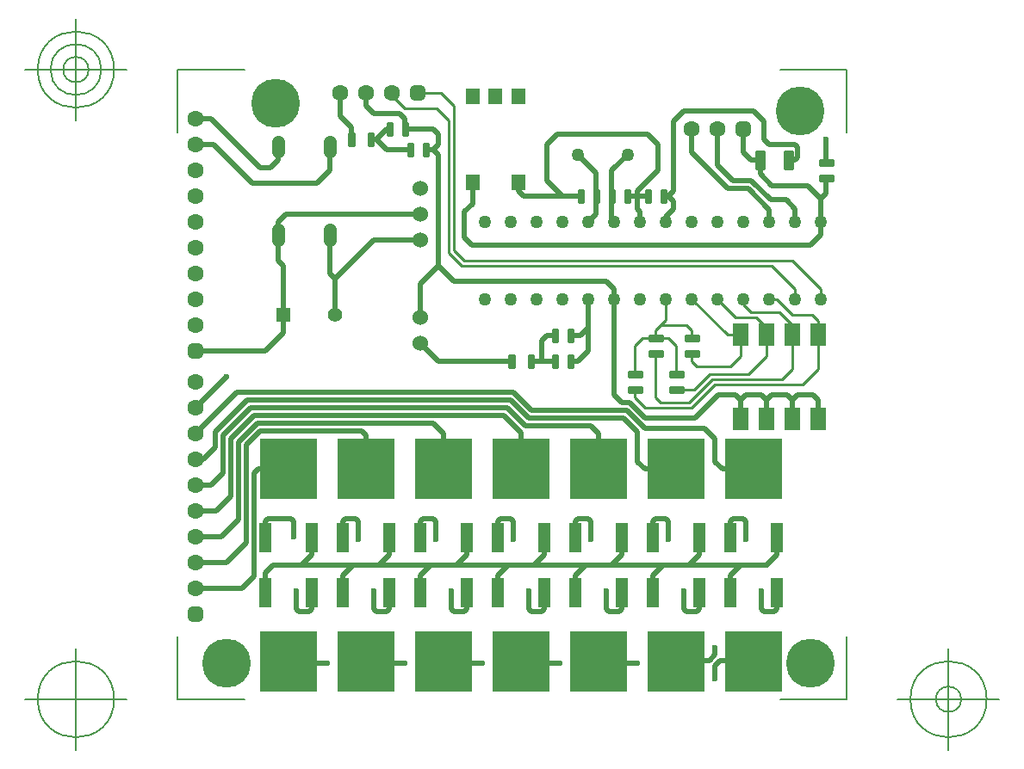
<source format=gbr>
G04 Generated by Ultiboard 14.2 *
%FSLAX24Y24*%
%MOIN*%

%ADD10C,0.0001*%
%ADD11C,0.0200*%
%ADD12C,0.0100*%
%ADD13C,0.0050*%
%ADD14R,0.2185X0.2343*%
%ADD15R,0.0492X0.1122*%
%ADD16R,0.0108X0.0417*%
%ADD17C,0.0167*%
%ADD18C,0.0500*%
%ADD19C,0.0633*%
%ADD20R,0.0208X0.0208*%
%ADD21C,0.0392*%
%ADD22R,0.0417X0.0108*%
%ADD23R,0.0225X0.0583*%
%ADD24C,0.1890*%
%ADD25C,0.0236*%
%ADD26R,0.0001X0.0394*%
%ADD27C,0.0512*%
%ADD28R,0.0551X0.0630*%
%ADD29C,0.0551*%
%ADD30R,0.0551X0.0551*%
%ADD31C,0.0600*%
%ADD32R,0.0598X0.0850*%


G04 ColorRGB 00FF00 for the following layer *
%LNCopper Top*%
%LPD*%
G54D10*
G54D11*
X3776Y8800D02*
X4000Y9024D01*
X18676Y8700D02*
X19000Y9024D01*
X2824Y9024D02*
X2650Y8850D01*
X400Y4400D02*
X2200Y4400D01*
X4000Y9024D02*
X2824Y9024D01*
X1150Y10450D02*
X2400Y11700D01*
X2650Y8850D02*
X2650Y4850D01*
X2200Y4400D01*
X1200Y7400D02*
X1750Y7950D01*
X1400Y6400D02*
X2050Y7050D01*
X2050Y10077D02*
X2773Y10800D01*
X700Y9400D02*
X1150Y9850D01*
X400Y7400D02*
X1200Y7400D01*
X400Y6400D02*
X1400Y6400D01*
X2050Y7050D02*
X2050Y10077D01*
X400Y9400D02*
X700Y9400D01*
X17776Y9024D02*
X17500Y9300D01*
X19000Y9024D02*
X17776Y9024D01*
X1450Y10326D02*
X2524Y11400D01*
X2000Y12000D02*
X400Y10400D01*
X1150Y9850D02*
X1150Y10450D01*
X1450Y8850D02*
X1450Y10326D01*
X1000Y8400D02*
X1450Y8850D01*
X400Y8400D02*
X1000Y8400D01*
X1750Y7950D02*
X1750Y10201D01*
X2649Y11100D01*
X20500Y1400D02*
X20700Y1600D01*
X20276Y1600D02*
X19000Y1600D01*
X20500Y2100D02*
X20500Y1824D01*
X20276Y1600D01*
X20500Y900D02*
X20500Y1400D01*
X20700Y1600D02*
X20900Y1600D01*
X17500Y1500D02*
X16000Y1500D01*
X14500Y1500D02*
X13000Y1500D01*
X11500Y1500D02*
X10000Y1500D01*
X8500Y1500D02*
X7000Y1500D01*
X5500Y1500D02*
X4000Y1500D01*
X400Y11400D02*
X1600Y12600D01*
X3098Y4234D02*
X3098Y4998D01*
X3400Y5300D01*
X22500Y5300D02*
X22902Y5702D01*
X3400Y5300D02*
X22500Y5300D01*
X22902Y5702D02*
X22902Y6366D01*
X4902Y6366D02*
X4902Y5702D01*
X4500Y5300D01*
X6098Y4234D02*
X6098Y4898D01*
X6500Y5300D01*
X9098Y4234D02*
X9098Y4898D01*
X9500Y5300D01*
X10902Y6366D02*
X10902Y5702D01*
X10500Y5300D01*
X12098Y4234D02*
X12098Y4898D01*
X12500Y5300D01*
X13902Y6366D02*
X13902Y5702D01*
X13500Y5300D01*
X15098Y4234D02*
X15098Y4898D01*
X15500Y5300D01*
X16902Y6366D02*
X16902Y5702D01*
X16500Y5300D01*
X18098Y4234D02*
X18098Y4898D01*
X18500Y5300D01*
X19902Y6366D02*
X19902Y5702D01*
X19500Y5300D01*
X21098Y4234D02*
X21098Y4898D01*
X21500Y5300D01*
X22900Y3600D02*
X22900Y4100D01*
X22300Y4300D02*
X22300Y3600D01*
X22400Y3500D02*
X22800Y3500D01*
X22300Y3600D02*
X22400Y3500D01*
X22800Y3500D02*
X22900Y3600D01*
X3100Y7000D02*
X3100Y6500D01*
X4200Y6400D02*
X4200Y7000D01*
X4100Y7100D02*
X3200Y7100D01*
X4200Y7000D02*
X4100Y7100D01*
X3200Y7100D02*
X3100Y7000D01*
X9700Y6300D02*
X9700Y7000D01*
X9098Y6366D02*
X9098Y6998D01*
X9600Y7100D02*
X9200Y7100D01*
X9700Y7000D02*
X9600Y7100D01*
X9200Y7100D02*
X9098Y6998D01*
X12200Y7100D02*
X12100Y7000D01*
X12100Y6368D01*
X15700Y7000D02*
X15700Y6300D01*
X18098Y6366D02*
X18098Y6998D01*
X18700Y7000D02*
X18700Y6300D01*
X21098Y6366D02*
X21098Y6998D01*
X21700Y7000D02*
X21700Y6300D01*
X21200Y7100D02*
X21600Y7100D01*
X21700Y7000D01*
X21098Y6998D02*
X21200Y7100D01*
X18200Y7100D02*
X18600Y7100D01*
X18098Y6998D02*
X18200Y7100D01*
X18600Y7100D02*
X18700Y7000D01*
X15098Y6366D02*
X15098Y6998D01*
X15200Y7100D02*
X15600Y7100D01*
X15700Y7000D01*
X15098Y6998D02*
X15200Y7100D01*
X12700Y7000D02*
X12600Y7100D01*
X12700Y6300D02*
X12700Y7000D01*
X12600Y7100D02*
X12200Y7100D01*
X19902Y4234D02*
X19902Y3602D01*
X19300Y3600D02*
X19300Y4300D01*
X16902Y4234D02*
X16902Y3602D01*
X16300Y3600D02*
X16300Y4300D01*
X13902Y4234D02*
X13902Y3602D01*
X13300Y3600D02*
X13300Y4300D01*
X10902Y4234D02*
X10902Y3602D01*
X10300Y3600D02*
X10300Y4300D01*
X7902Y4234D02*
X7902Y3602D01*
X7300Y3600D02*
X7300Y4300D01*
X4902Y4234D02*
X4902Y3602D01*
X4300Y3600D02*
X4300Y4300D01*
X4800Y3500D02*
X4400Y3500D01*
X4902Y3602D02*
X4800Y3500D01*
X4400Y3500D02*
X4300Y3600D01*
X7800Y3500D02*
X7400Y3500D01*
X7300Y3600D01*
X7902Y3602D02*
X7800Y3500D01*
X10800Y3500D02*
X10400Y3500D01*
X10300Y3600D01*
X10902Y3602D02*
X10800Y3500D01*
X13800Y3500D02*
X13400Y3500D01*
X13300Y3600D01*
X13902Y3602D02*
X13800Y3500D01*
X16800Y3500D02*
X16400Y3500D01*
X16300Y3600D01*
X16902Y3602D02*
X16800Y3500D01*
X19800Y3500D02*
X19400Y3500D01*
X19902Y3602D02*
X19800Y3500D01*
X19400Y3500D02*
X19300Y3600D01*
X17100Y19600D02*
X17900Y19600D01*
X17600Y18600D02*
X17600Y19000D01*
X17500Y19100D01*
X13100Y19600D02*
X12900Y19800D01*
X15300Y19600D02*
X13100Y19600D01*
X12900Y19800D02*
X12900Y20132D01*
X15900Y18900D02*
X15600Y18600D01*
X16500Y18700D02*
X16600Y18600D01*
X16500Y18700D02*
X16500Y20583D01*
X17117Y21200D01*
X15900Y18900D02*
X15900Y19600D01*
X15900Y20500D01*
X15200Y21200D01*
X18600Y18600D02*
X18600Y18800D01*
X18900Y19100D01*
X18900Y19400D02*
X18700Y19600D01*
X18900Y19100D02*
X18900Y19400D01*
X18700Y19600D02*
X18500Y19600D01*
X22250Y21000D02*
X21900Y21000D01*
X21600Y21300D01*
X21600Y22200D01*
X23250Y19450D02*
X23600Y19100D01*
X23600Y18600D01*
X22650Y19450D02*
X23250Y19450D01*
X22600Y19076D02*
X22600Y18600D01*
X19600Y22200D02*
X19600Y21300D01*
X20600Y22200D02*
X20600Y20800D01*
X21000Y19900D02*
X21776Y19900D01*
X21900Y20200D02*
X22650Y19450D01*
X21200Y20200D02*
X21900Y20200D01*
X20600Y20800D02*
X21200Y20200D01*
X21776Y19900D02*
X22600Y19076D01*
X19600Y21300D02*
X21000Y19900D01*
X24600Y19500D02*
X24800Y19700D01*
X24800Y20300D01*
X24600Y19500D02*
X24100Y20000D01*
X22700Y20000D01*
X22250Y20450D01*
X22250Y21000D01*
X18900Y19800D02*
X18700Y19600D01*
X18900Y22500D02*
X18900Y19800D01*
X19300Y22900D02*
X18900Y22500D01*
X23350Y21000D02*
X23600Y21000D01*
X23700Y21100D02*
X23700Y21500D01*
X23600Y21000D02*
X23700Y21100D01*
X23700Y21500D02*
X23600Y21600D01*
X22600Y21600D02*
X22400Y21800D01*
X23600Y21600D02*
X22600Y21600D01*
X22400Y22500D02*
X22000Y22900D01*
X19300Y22900D01*
X22400Y21800D02*
X22400Y22500D01*
X16300Y16300D02*
X16600Y16000D01*
X16600Y15600D01*
X14300Y13200D02*
X13375Y13200D01*
X14900Y13200D02*
X15200Y13200D01*
X15600Y13600D01*
X15600Y15600D01*
X24800Y20900D02*
X24800Y21800D01*
X24600Y18100D02*
X24600Y19500D01*
X24600Y18100D02*
X24200Y17700D01*
X11114Y19314D02*
X11114Y20146D01*
X14400Y22000D02*
X17900Y22000D01*
X14000Y21600D02*
X14400Y22000D01*
X14600Y19600D02*
X14000Y20200D01*
X14000Y21600D01*
X12327Y11100D02*
X13000Y10427D01*
X12700Y12000D02*
X2000Y12000D01*
X2400Y11700D02*
X12576Y11700D01*
X2524Y11400D02*
X12451Y11400D01*
X13000Y10427D02*
X13000Y9024D01*
X2649Y11100D02*
X12327Y11100D01*
X9600Y10800D02*
X10000Y10400D01*
X10000Y9024D01*
X2773Y10800D02*
X9600Y10800D01*
X16000Y10400D02*
X16000Y9024D01*
X13151Y10700D02*
X15700Y10700D01*
X13400Y11300D02*
X12700Y12000D01*
X12576Y11700D02*
X13276Y11000D01*
X15700Y10700D02*
X16000Y10400D01*
X12451Y11400D02*
X13151Y10700D01*
X17900Y22000D02*
X18300Y21600D01*
X18300Y20600D01*
X17500Y19800D01*
X17500Y19100D02*
X17500Y19800D01*
X10800Y19000D02*
X11114Y19314D01*
X11100Y17700D02*
X10800Y18000D01*
X10800Y19000D01*
X24200Y17700D02*
X11100Y17700D01*
X10400Y16300D02*
X9800Y16900D01*
X10400Y16300D02*
X16300Y16300D01*
X3800Y14300D02*
X3100Y13600D01*
X400Y13600D01*
X3800Y14300D02*
X3800Y16900D01*
X3600Y17100D01*
X5600Y18087D02*
X5600Y16600D01*
X5800Y16400D01*
X5800Y15000D01*
X5600Y21513D02*
X5600Y20600D01*
X5100Y20100D01*
X3600Y21513D02*
X3600Y21000D01*
X2576Y20100D02*
X1076Y21600D01*
X5100Y20100D02*
X2576Y20100D01*
X1076Y21600D02*
X400Y21600D01*
X3600Y21000D02*
X3300Y20700D01*
X2900Y20700D02*
X1000Y22600D01*
X400Y22600D01*
X3300Y20700D02*
X2900Y20700D01*
X3600Y18600D02*
X3900Y18900D01*
X3600Y17100D02*
X3600Y18600D01*
X3900Y18900D02*
X9100Y18900D01*
X12625Y13200D02*
X9800Y13200D01*
X9100Y13900D01*
X9100Y14900D02*
X9100Y16200D01*
X9800Y16900D01*
X9100Y17900D02*
X7300Y17900D01*
X5800Y16400D01*
X22000Y9024D02*
X20776Y9024D01*
X20500Y9300D01*
X20500Y10200D02*
X20100Y10600D01*
X20500Y9300D02*
X20500Y10200D01*
X21500Y10974D02*
X21500Y11700D01*
X21700Y11900D01*
X22300Y11900D01*
X22500Y11700D01*
X22500Y10974D01*
X22500Y11700D02*
X22700Y11900D01*
X23300Y11900D01*
X23500Y11700D01*
X23500Y10974D01*
X23500Y11700D02*
X23700Y11900D01*
X24300Y11900D01*
X24500Y11700D01*
X24500Y10974D01*
X21500Y11700D02*
X21300Y11900D01*
X16951Y11000D02*
X17500Y10451D01*
X13276Y11000D02*
X16951Y11000D01*
X17500Y9300D02*
X17500Y10451D01*
X17776Y10600D02*
X17076Y11300D01*
X13400Y11300D02*
X17076Y11300D01*
X20100Y10600D02*
X17776Y10600D01*
X17800Y11000D02*
X17200Y11600D01*
X16900Y11600D02*
X16600Y11900D01*
X16600Y15600D01*
X17200Y11600D02*
X16900Y11600D01*
X21300Y11900D02*
X20636Y11900D01*
X19736Y11000D01*
X17800Y11000D01*
X2350Y9953D02*
X2897Y10500D01*
X1600Y5400D02*
X2350Y6150D01*
X2350Y9953D01*
X400Y5400D02*
X1600Y5400D01*
X6824Y10500D02*
X7000Y10324D01*
X2897Y10500D02*
X6824Y10500D01*
X7000Y10324D02*
X7000Y9024D01*
X6700Y7000D02*
X6600Y7100D01*
X6200Y7100D02*
X6098Y6998D01*
X6700Y6300D02*
X6700Y7000D01*
X6600Y7100D02*
X6200Y7100D01*
X6098Y6366D02*
X6098Y6998D01*
X7902Y6366D02*
X7902Y5702D01*
X7500Y5300D01*
X9800Y16900D02*
X9800Y21200D01*
X9600Y21400D01*
X9300Y21400D01*
X9600Y21400D02*
X9800Y21600D01*
X9800Y22000D02*
X9600Y22200D01*
X8500Y22200D01*
X9800Y21600D02*
X9800Y22000D01*
X8500Y22200D02*
X8500Y22600D01*
X8300Y22800D01*
X7300Y22800D01*
X7000Y23100D01*
X7000Y23600D01*
X8700Y21400D02*
X7800Y21400D01*
X14900Y14200D02*
X15300Y14200D01*
X15600Y14500D01*
X14300Y14200D02*
X14000Y14200D01*
X13800Y14000D01*
X13800Y13200D01*
X7800Y21400D02*
X7400Y21800D01*
X7175Y21800D01*
X7400Y21800D02*
X7800Y22200D01*
X7900Y22200D01*
X6425Y21800D02*
X6425Y22275D01*
X6000Y22700D01*
X6000Y23600D01*
G54D12*
X24600Y16000D02*
X24600Y15600D01*
X23600Y15600D02*
X23600Y16000D01*
X23500Y17100D02*
X24600Y16000D01*
X23600Y16000D02*
X22700Y16900D01*
X10783Y17100D02*
X23500Y17100D01*
X22700Y16900D02*
X10700Y16900D01*
X10700Y16900D02*
X10200Y17400D01*
X10400Y17483D02*
X10783Y17100D01*
X9900Y23600D02*
X10400Y23100D01*
X10400Y17483D01*
X9900Y23600D02*
X9000Y23600D01*
X22900Y15600D02*
X22600Y15600D01*
X23500Y15000D02*
X22900Y15600D01*
X24271Y15000D02*
X24500Y14771D01*
X24271Y15000D02*
X23500Y15000D01*
X24500Y12900D02*
X24500Y14771D01*
X17400Y11800D02*
X17400Y12100D01*
X18200Y13500D02*
X18200Y11800D01*
X23500Y12900D02*
X23500Y14226D01*
X21500Y14226D02*
X21500Y13400D01*
X21100Y13000D01*
X19600Y13500D02*
X19600Y13200D01*
X19800Y13000D01*
X21100Y13000D01*
X19000Y12700D02*
X19000Y13800D01*
X18700Y14100D01*
X19600Y14100D02*
X19600Y14400D01*
X19400Y14600D01*
X18200Y14400D02*
X18200Y14100D01*
X19400Y14600D02*
X18400Y14600D01*
X17400Y12700D02*
X17400Y13800D01*
X17700Y14100D01*
X18700Y14100D01*
X18200Y14400D02*
X18600Y14800D01*
X18600Y15600D01*
X19700Y12100D02*
X19000Y12100D01*
X18200Y11800D02*
X18400Y11600D01*
X17400Y11800D02*
X17800Y11400D01*
X18400Y11600D02*
X19500Y11600D01*
X17800Y11400D02*
X19583Y11400D01*
X20483Y12300D02*
X23900Y12300D01*
X20300Y12700D02*
X19700Y12100D01*
X21800Y12700D02*
X20300Y12700D01*
X22500Y13400D02*
X21800Y12700D01*
X19500Y11600D02*
X20400Y12500D01*
X23100Y12500D02*
X23500Y12900D01*
X20400Y12500D02*
X23100Y12500D01*
X19583Y11400D02*
X20483Y12300D01*
X23900Y12300D02*
X24500Y12900D01*
X22500Y13400D02*
X22500Y14600D01*
X23000Y15100D02*
X23500Y14600D01*
X21600Y15600D02*
X21600Y15400D01*
X21900Y15100D02*
X23000Y15100D01*
X21600Y15400D02*
X21900Y15100D01*
X21300Y14900D02*
X20600Y15600D01*
X22400Y14600D02*
X22100Y14900D01*
X22400Y14600D02*
X22500Y14600D01*
X22100Y14900D02*
X21300Y14900D01*
X21500Y14226D02*
X20974Y14226D01*
X19600Y15600D01*
X8000Y23500D02*
X8000Y23600D01*
X10200Y17400D02*
X10200Y22517D01*
X9717Y23000D02*
X8500Y23000D01*
X8000Y23500D01*
X10200Y22517D02*
X9717Y23000D01*
G54D13*
X-303Y102D02*
X-303Y2542D01*
X-303Y102D02*
X2287Y102D01*
X25597Y102D02*
X23007Y102D01*
X25597Y102D02*
X25597Y2542D01*
X25597Y24503D02*
X25597Y22063D01*
X25597Y24503D02*
X23007Y24503D01*
X-303Y24503D02*
X2287Y24503D01*
X-303Y24503D02*
X-303Y22063D01*
X-2272Y102D02*
X-6209Y102D01*
X-4240Y-1866D02*
X-4240Y2071D01*
X-5717Y102D02*
G75*
D01*
G02X-5717Y102I1477J0*
G01*
X27566Y102D02*
X31503Y102D01*
X29534Y-1866D02*
X29534Y2071D01*
X28058Y102D02*
G75*
D01*
G02X28058Y102I1476J0*
G01*
X29042Y102D02*
G75*
D01*
G02X29042Y102I492J0*
G01*
X-2272Y24503D02*
X-6209Y24503D01*
X-4240Y22535D02*
X-4240Y26472D01*
X-5717Y24503D02*
G75*
D01*
G02X-5717Y24503I1477J0*
G01*
X-5224Y24503D02*
G75*
D01*
G02X-5224Y24503I984J0*
G01*
X-4732Y24503D02*
G75*
D01*
G02X-4732Y24503I492J0*
G01*
G54D14*
X13000Y1576D03*
X4000Y1576D03*
X22000Y1576D03*
X19000Y1576D03*
X10000Y1576D03*
X7000Y1576D03*
X13000Y9024D03*
X10000Y9024D03*
X22000Y9024D03*
X19000Y9024D03*
X16000Y9024D03*
X7000Y9024D03*
X4000Y9024D03*
X16000Y1576D03*
G54D15*
X12098Y4234D03*
X13902Y4234D03*
X3098Y4234D03*
X4902Y4234D03*
X21098Y4234D03*
X22902Y4234D03*
X18098Y4234D03*
X19902Y4234D03*
X9098Y4234D03*
X10902Y4234D03*
X6098Y4234D03*
X7902Y4234D03*
X12098Y6366D03*
X13902Y6366D03*
X9098Y6366D03*
X10902Y6366D03*
X21098Y6366D03*
X22902Y6366D03*
X18098Y6366D03*
X19902Y6366D03*
X15098Y6366D03*
X16902Y6366D03*
X6098Y6366D03*
X7902Y6366D03*
X3098Y6366D03*
X4902Y6366D03*
X15098Y4234D03*
X16902Y4234D03*
G54D16*
X13375Y13200D03*
X12625Y13200D03*
X14900Y13200D03*
X14300Y13200D03*
X16500Y19600D03*
X17100Y19600D03*
X15300Y19600D03*
X15900Y19600D03*
X17900Y19600D03*
X18500Y19600D03*
X9300Y21400D03*
X8700Y21400D03*
X8500Y22200D03*
X7900Y22200D03*
X7175Y21800D03*
X6425Y21800D03*
X14900Y14200D03*
X14300Y14200D03*
G54D17*
X13321Y12992D02*
X13429Y12992D01*
X13429Y13408D01*
X13321Y13408D01*
X13321Y12992D01*D02*
X12571Y12992D02*
X12679Y12992D01*
X12679Y13408D01*
X12571Y13408D01*
X12571Y12992D01*D02*
X24592Y20246D02*
X25008Y20246D01*
X25008Y20354D01*
X24592Y20354D01*
X24592Y20246D01*D02*
X24592Y20846D02*
X25008Y20846D01*
X25008Y20954D01*
X24592Y20954D01*
X24592Y20846D01*D02*
X22138Y20709D02*
X22362Y20709D01*
X22362Y21291D01*
X22138Y21291D01*
X22138Y20709D01*D02*
X23238Y20709D02*
X23462Y20709D01*
X23462Y21291D01*
X23238Y21291D01*
X23238Y20709D01*D02*
X14846Y12992D02*
X14954Y12992D01*
X14954Y13408D01*
X14846Y13408D01*
X14846Y12992D01*D02*
X14246Y12992D02*
X14354Y12992D01*
X14354Y13408D01*
X14246Y13408D01*
X14246Y12992D01*D02*
X16446Y19392D02*
X16554Y19392D01*
X16554Y19808D01*
X16446Y19808D01*
X16446Y19392D01*D02*
X17046Y19392D02*
X17154Y19392D01*
X17154Y19808D01*
X17046Y19808D01*
X17046Y19392D01*D02*
X15246Y19392D02*
X15354Y19392D01*
X15354Y19808D01*
X15246Y19808D01*
X15246Y19392D01*D02*
X15846Y19392D02*
X15954Y19392D01*
X15954Y19808D01*
X15846Y19808D01*
X15846Y19392D01*D02*
X17846Y19392D02*
X17954Y19392D01*
X17954Y19808D01*
X17846Y19808D01*
X17846Y19392D01*D02*
X18446Y19392D02*
X18554Y19392D01*
X18554Y19808D01*
X18446Y19808D01*
X18446Y19392D01*D02*
X9246Y21192D02*
X9354Y21192D01*
X9354Y21608D01*
X9246Y21608D01*
X9246Y21192D01*D02*
X8646Y21192D02*
X8754Y21192D01*
X8754Y21608D01*
X8646Y21608D01*
X8646Y21192D01*D02*
X19392Y14046D02*
X19808Y14046D01*
X19808Y14154D01*
X19392Y14154D01*
X19392Y14046D01*D02*
X19392Y13446D02*
X19808Y13446D01*
X19808Y13554D01*
X19392Y13554D01*
X19392Y13446D01*D02*
X17992Y13446D02*
X18408Y13446D01*
X18408Y13554D01*
X17992Y13554D01*
X17992Y13446D01*D02*
X17992Y14046D02*
X18408Y14046D01*
X18408Y14154D01*
X17992Y14154D01*
X17992Y14046D01*D02*
X17192Y12646D02*
X17608Y12646D01*
X17608Y12754D01*
X17192Y12754D01*
X17192Y12646D01*D02*
X17192Y12046D02*
X17608Y12046D01*
X17608Y12154D01*
X17192Y12154D01*
X17192Y12046D01*D02*
X18792Y12046D02*
X19208Y12046D01*
X19208Y12154D01*
X18792Y12154D01*
X18792Y12046D01*D02*
X18792Y12646D02*
X19208Y12646D01*
X19208Y12754D01*
X18792Y12754D01*
X18792Y12646D01*D02*
X8446Y21992D02*
X8554Y21992D01*
X8554Y22408D01*
X8446Y22408D01*
X8446Y21992D01*D02*
X7846Y21992D02*
X7954Y21992D01*
X7954Y22408D01*
X7846Y22408D01*
X7846Y21992D01*D02*
X7121Y21592D02*
X7229Y21592D01*
X7229Y22008D01*
X7121Y22008D01*
X7121Y21592D01*D02*
X6371Y21592D02*
X6479Y21592D01*
X6479Y22008D01*
X6371Y22008D01*
X6371Y21592D01*D02*
X14846Y13992D02*
X14954Y13992D01*
X14954Y14408D01*
X14846Y14408D01*
X14846Y13992D01*D02*
X14246Y13992D02*
X14354Y13992D01*
X14354Y14408D01*
X14246Y14408D01*
X14246Y13992D01*D02*
G54D18*
X13600Y15600D03*
X19600Y15600D03*
X22600Y15600D03*
X24600Y15600D03*
X23600Y15600D03*
X21600Y15600D03*
X20600Y15600D03*
X16600Y15600D03*
X18600Y15600D03*
X17600Y15600D03*
X15600Y15600D03*
X14600Y15600D03*
X11600Y15600D03*
X12600Y15600D03*
X13600Y18600D03*
X19600Y18600D03*
X22600Y18600D03*
X24600Y18600D03*
X23600Y18600D03*
X21600Y18600D03*
X20600Y18600D03*
X16600Y18600D03*
X18600Y18600D03*
X17600Y18600D03*
X15600Y18600D03*
X14600Y18600D03*
X11600Y18600D03*
X12600Y18600D03*
X15200Y21200D03*
X17117Y21200D03*
G54D19*
X400Y6400D03*
X400Y5400D03*
X400Y4400D03*
X400Y8400D03*
X400Y7400D03*
X400Y9400D03*
X400Y11400D03*
X400Y10400D03*
X400Y12400D03*
X400Y16600D03*
X400Y15600D03*
X400Y14600D03*
X400Y18600D03*
X400Y17600D03*
X400Y19600D03*
X400Y21600D03*
X400Y20600D03*
X400Y22600D03*
X20600Y22200D03*
X19600Y22200D03*
X7000Y23600D03*
X8000Y23600D03*
X6000Y23600D03*
G54D20*
X400Y3400D03*
X400Y13600D03*
X21600Y22200D03*
X9000Y23600D03*
G54D21*
X296Y3296D02*
X504Y3296D01*
X504Y3504D01*
X296Y3504D01*
X296Y3296D01*D02*
X296Y13496D02*
X504Y13496D01*
X504Y13704D01*
X296Y13704D01*
X296Y13496D01*D02*
X21496Y22096D02*
X21704Y22096D01*
X21704Y22304D01*
X21496Y22304D01*
X21496Y22096D01*D02*
X8896Y23496D02*
X9104Y23496D01*
X9104Y23704D01*
X8896Y23704D01*
X8896Y23496D01*D02*
G54D22*
X24800Y20300D03*
X24800Y20900D03*
X19600Y14100D03*
X19600Y13500D03*
X18200Y13500D03*
X18200Y14100D03*
X17400Y12700D03*
X17400Y12100D03*
X19000Y12100D03*
X19000Y12700D03*
G54D23*
X22250Y21000D03*
X23350Y21000D03*
G54D24*
X1600Y1500D03*
X24200Y1500D03*
X23800Y22900D03*
X3500Y23200D03*
G54D25*
X20500Y900D03*
X5500Y1500D03*
X8500Y1500D03*
X11500Y1500D03*
X14500Y1500D03*
X17500Y1500D03*
X20500Y2100D03*
X4300Y4300D03*
X7300Y4300D03*
X10300Y4300D03*
X13300Y4300D03*
X16300Y4300D03*
X19300Y4300D03*
X22300Y4300D03*
X7300Y5300D03*
X13300Y5300D03*
X16300Y5300D03*
X22500Y5300D03*
X4200Y6400D03*
X9700Y6300D03*
X12700Y6300D03*
X15700Y6300D03*
X18700Y6300D03*
X21700Y6300D03*
X1600Y12600D03*
X24800Y21800D03*
X6700Y6300D03*
G54D26*
X3600Y18087D03*
X5600Y18087D03*
X3600Y21513D03*
X5600Y21513D03*
G54D27*
X3600Y17890D02*
X3600Y17890D01*
X3600Y18284D01*
X3600Y18284D01*
X3600Y17890D01*D02*
X5600Y17890D02*
X5600Y17890D01*
X5600Y18284D01*
X5600Y18284D01*
X5600Y17890D01*D02*
X3600Y21316D02*
X3600Y21316D01*
X3600Y21710D01*
X3600Y21710D01*
X3600Y21316D01*D02*
X5600Y21316D02*
X5600Y21316D01*
X5600Y21710D01*
X5600Y21710D01*
X5600Y21316D01*D02*
G54D28*
X11114Y20146D03*
X12886Y20146D03*
X11114Y23454D03*
X12000Y23454D03*
X12886Y23454D03*
G54D29*
X5800Y15000D03*
G54D30*
X3800Y15000D03*
G54D31*
X9100Y13900D03*
X9100Y14900D03*
X9100Y17900D03*
X9100Y18900D03*
X9100Y19900D03*
G54D32*
X21500Y10974D03*
X22500Y10974D03*
X23500Y10974D03*
X24500Y10974D03*
X21500Y14226D03*
X22500Y14226D03*
X23500Y14226D03*
X24500Y14226D03*

M02*

</source>
